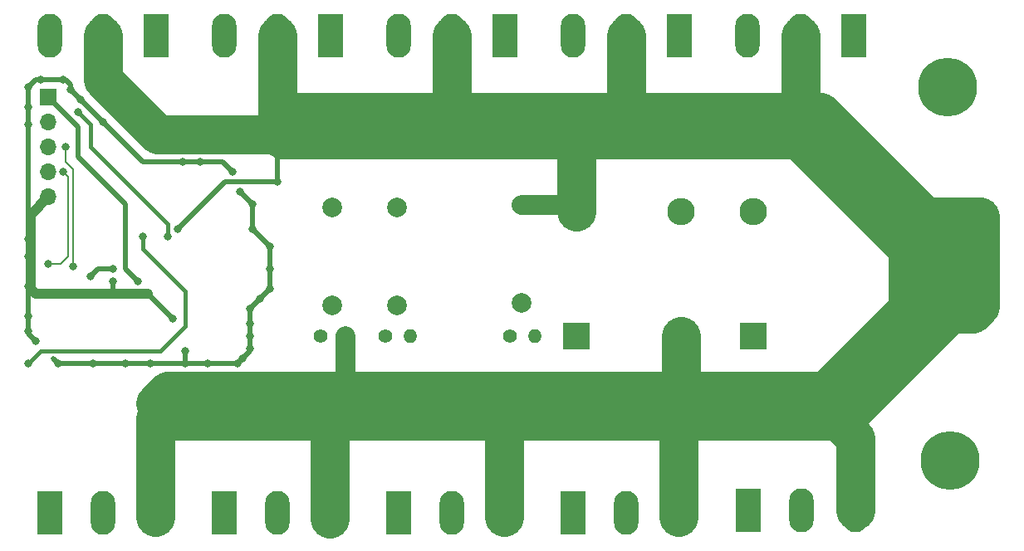
<source format=gbr>
%TF.GenerationSoftware,KiCad,Pcbnew,(6.99.0-3568-gdcfcfd5f29)*%
%TF.CreationDate,2022-10-04T16:24:13+03:00*%
%TF.ProjectId,welder ac diy,77656c64-6572-4206-9163-206469792e6b,rev?*%
%TF.SameCoordinates,Original*%
%TF.FileFunction,Copper,L2,Bot*%
%TF.FilePolarity,Positive*%
%FSLAX46Y46*%
G04 Gerber Fmt 4.6, Leading zero omitted, Abs format (unit mm)*
G04 Created by KiCad (PCBNEW (6.99.0-3568-gdcfcfd5f29)) date 2022-10-04 16:24:13*
%MOMM*%
%LPD*%
G01*
G04 APERTURE LIST*
%TA.AperFunction,ComponentPad*%
%ADD10C,6.000000*%
%TD*%
%TA.AperFunction,ComponentPad*%
%ADD11C,2.000000*%
%TD*%
%TA.AperFunction,ComponentPad*%
%ADD12R,1.700000X1.700000*%
%TD*%
%TA.AperFunction,ComponentPad*%
%ADD13O,1.700000X1.700000*%
%TD*%
%TA.AperFunction,ComponentPad*%
%ADD14R,2.800000X2.800000*%
%TD*%
%TA.AperFunction,ComponentPad*%
%ADD15O,2.800000X2.800000*%
%TD*%
%TA.AperFunction,ComponentPad*%
%ADD16C,1.400000*%
%TD*%
%TA.AperFunction,ComponentPad*%
%ADD17O,1.400000X1.400000*%
%TD*%
%TA.AperFunction,ComponentPad*%
%ADD18R,2.500000X4.500000*%
%TD*%
%TA.AperFunction,ComponentPad*%
%ADD19O,2.500000X4.500000*%
%TD*%
%TA.AperFunction,ViaPad*%
%ADD20C,0.800000*%
%TD*%
%TA.AperFunction,Conductor*%
%ADD21C,0.500000*%
%TD*%
%TA.AperFunction,Conductor*%
%ADD22C,0.400000*%
%TD*%
%TA.AperFunction,Conductor*%
%ADD23C,1.000000*%
%TD*%
%TA.AperFunction,Conductor*%
%ADD24C,0.200000*%
%TD*%
%TA.AperFunction,Conductor*%
%ADD25C,4.000000*%
%TD*%
%TA.AperFunction,Conductor*%
%ADD26C,2.000000*%
%TD*%
G04 APERTURE END LIST*
D10*
%TO.P,J5,1,Pin_1*%
%TO.N,/outP*%
X144780000Y-81280000D03*
%TD*%
D11*
%TO.P,C10,1*%
%TO.N,Net-(C10-Pad1)*%
X101092000Y-85518000D03*
%TO.P,C10,2*%
%TO.N,/outP*%
X101092000Y-75518000D03*
%TD*%
D12*
%TO.P,J1,1,Pin_1*%
%TO.N,+15V*%
X52856999Y-64545999D03*
D13*
%TO.P,J1,2,Pin_2*%
%TO.N,+5V*%
X52856999Y-67085999D03*
%TO.P,J1,3,Pin_3*%
%TO.N,Net-(J1-Pin_3)*%
X52856999Y-69625999D03*
%TO.P,J1,4,Pin_4*%
%TO.N,Net-(J1-Pin_4)*%
X52856999Y-72165999D03*
%TO.P,J1,5,Pin_5*%
%TO.N,GND*%
X52856999Y-74705999D03*
%TD*%
D14*
%TO.P,D6,1,K*%
%TO.N,/outP*%
X117347999Y-88899999D03*
D15*
%TO.P,D6,2,A*%
%TO.N,/in-*%
X117347999Y-76199999D03*
%TD*%
D14*
%TO.P,D7,1,K*%
%TO.N,/in+*%
X124713999Y-88899999D03*
D15*
%TO.P,D7,2,A*%
%TO.N,/in-*%
X124713999Y-76199999D03*
%TD*%
D11*
%TO.P,C11,1*%
%TO.N,Net-(C11-Pad1)*%
X81788000Y-85772000D03*
%TO.P,C11,2*%
%TO.N,/in-*%
X81788000Y-75772000D03*
%TD*%
D10*
%TO.P,J4,1,Pin_1*%
%TO.N,/in+*%
X144780000Y-101600000D03*
%TD*%
D16*
%TO.P,R23,1*%
%TO.N,Net-(C10-Pad1)*%
X99872000Y-88900000D03*
D17*
%TO.P,R23,2*%
%TO.N,/in+*%
X102411999Y-88899999D03*
%TD*%
D10*
%TO.P,J6,1,Pin_1*%
%TO.N,/in-*%
X144526000Y-63500000D03*
%TD*%
D11*
%TO.P,C9,1*%
%TO.N,Net-(C9-Pad1)*%
X88392000Y-85772000D03*
%TO.P,C9,2*%
%TO.N,/in-*%
X88392000Y-75772000D03*
%TD*%
D14*
%TO.P,D5,1,K*%
%TO.N,/in+*%
X106679999Y-88899999D03*
D15*
%TO.P,D5,2,A*%
%TO.N,/outP*%
X106679999Y-76199999D03*
%TD*%
D16*
%TO.P,R24,1*%
%TO.N,Net-(C11-Pad1)*%
X80568000Y-88900000D03*
D17*
%TO.P,R24,2*%
%TO.N,/outP*%
X83107999Y-88899999D03*
%TD*%
D16*
%TO.P,R7,1*%
%TO.N,Net-(C9-Pad1)*%
X87172000Y-88900000D03*
D17*
%TO.P,R7,2*%
%TO.N,/in+*%
X89711999Y-88899999D03*
%TD*%
D18*
%TO.P,Q7,1,G*%
%TO.N,Net-(Q7-G)*%
X70749999Y-106894999D03*
D19*
%TO.P,Q7,2,D*%
%TO.N,/in+*%
X76199999Y-106894999D03*
%TO.P,Q7,3,S*%
%TO.N,/outP*%
X81649999Y-106894999D03*
%TD*%
D18*
%TO.P,Q4,1,G*%
%TO.N,Net-(Q4-G)*%
X117209999Y-58204999D03*
D19*
%TO.P,Q4,2,D*%
%TO.N,/outP*%
X111759999Y-58204999D03*
%TO.P,Q4,3,S*%
%TO.N,/in-*%
X106309999Y-58204999D03*
%TD*%
D18*
%TO.P,Q9,1,G*%
%TO.N,Net-(Q9-G)*%
X106309999Y-106894999D03*
D19*
%TO.P,Q9,2,D*%
%TO.N,/in+*%
X111759999Y-106894999D03*
%TO.P,Q9,3,S*%
%TO.N,/outP*%
X117209999Y-106894999D03*
%TD*%
D18*
%TO.P,Q5,1,G*%
%TO.N,Net-(Q5-G)*%
X124205999Y-106679999D03*
D19*
%TO.P,Q5,2,D*%
%TO.N,/in+*%
X129655999Y-106679999D03*
%TO.P,Q5,3,S*%
%TO.N,/outP*%
X135105999Y-106679999D03*
%TD*%
D18*
%TO.P,Q10,1,G*%
%TO.N,Net-(Q10-G)*%
X134989999Y-58204999D03*
D19*
%TO.P,Q10,2,D*%
%TO.N,/outP*%
X129539999Y-58204999D03*
%TO.P,Q10,3,S*%
%TO.N,/in-*%
X124089999Y-58204999D03*
%TD*%
D18*
%TO.P,Q6,1,G*%
%TO.N,Net-(Q6-G)*%
X63869999Y-58204999D03*
D19*
%TO.P,Q6,2,D*%
%TO.N,/outP*%
X58419999Y-58204999D03*
%TO.P,Q6,3,S*%
%TO.N,/in-*%
X52969999Y-58204999D03*
%TD*%
D18*
%TO.P,Q1,1,G*%
%TO.N,Net-(Q1-G)*%
X52969999Y-106894999D03*
D19*
%TO.P,Q1,2,D*%
%TO.N,/in+*%
X58419999Y-106894999D03*
%TO.P,Q1,3,S*%
%TO.N,/outP*%
X63869999Y-106894999D03*
%TD*%
D18*
%TO.P,Q8,1,G*%
%TO.N,Net-(Q8-G)*%
X99429999Y-58204999D03*
D19*
%TO.P,Q8,2,D*%
%TO.N,/outP*%
X93979999Y-58204999D03*
%TO.P,Q8,3,S*%
%TO.N,/in-*%
X88529999Y-58204999D03*
%TD*%
D18*
%TO.P,Q2,1,G*%
%TO.N,Net-(Q2-G)*%
X81649999Y-58204999D03*
D19*
%TO.P,Q2,2,D*%
%TO.N,/outP*%
X76199999Y-58204999D03*
%TO.P,Q2,3,S*%
%TO.N,/in-*%
X70749999Y-58204999D03*
%TD*%
D18*
%TO.P,Q3,1,G*%
%TO.N,Net-(Q3-G)*%
X88529999Y-106894999D03*
D19*
%TO.P,Q3,2,D*%
%TO.N,/in+*%
X93979999Y-106894999D03*
%TO.P,Q3,3,S*%
%TO.N,/outP*%
X99429999Y-106894999D03*
%TD*%
D20*
%TO.N,GND*%
X68326000Y-71120000D03*
X66548000Y-71120000D03*
X58420000Y-67056000D03*
X55118000Y-63754000D03*
X54356000Y-62738000D03*
X52070000Y-62738000D03*
X50800000Y-63500000D03*
X50800000Y-65532000D03*
X50800000Y-67310000D03*
X50800000Y-78994000D03*
X50800000Y-80772000D03*
X50800000Y-83820000D03*
X50800000Y-86868000D03*
X50800000Y-88392000D03*
X51562000Y-89408000D03*
X56134000Y-64770000D03*
X60706000Y-91694000D03*
X53848000Y-91694000D03*
X57404000Y-91694000D03*
X63246000Y-91694000D03*
X66802000Y-91694000D03*
X69088000Y-91694000D03*
X72136000Y-91694000D03*
X72644000Y-91186000D03*
X73406000Y-90170000D03*
X73406000Y-88900000D03*
X73406000Y-87630000D03*
X73406000Y-86106000D03*
X74422000Y-85090000D03*
X75438000Y-82042000D03*
X75438000Y-84074000D03*
X75438000Y-79756000D03*
X73660000Y-77978000D03*
X73660000Y-75438000D03*
X71628000Y-72136000D03*
X72390000Y-74168000D03*
X66802000Y-90424000D03*
X59436000Y-83312000D03*
%TO.N,Net-(U1-Pad5)*%
X57150000Y-82804000D03*
X59436000Y-82042000D03*
%TO.N,Net-(J1-Pin_4)*%
X52832000Y-81534000D03*
%TO.N,Net-(J1-Pin_3)*%
X55372000Y-81788000D03*
X54610000Y-69596000D03*
%TO.N,GND*%
X65532000Y-87122000D03*
%TO.N,Net-(J1-Pin_4)*%
X54386000Y-72166000D03*
%TO.N,+15V*%
X61976000Y-83312000D03*
%TO.N,/outP*%
X66040000Y-77978000D03*
X76200000Y-73152000D03*
%TO.N,Net-(U2-HO)*%
X62484000Y-78740000D03*
X50800000Y-91694000D03*
%TO.N,Net-(U2-LO)*%
X55880000Y-66040000D03*
X65024000Y-78761500D03*
%TD*%
D21*
%TO.N,GND*%
X68326000Y-71120000D02*
X66548000Y-71120000D01*
X66548000Y-71120000D02*
X62484000Y-71120000D01*
X58420000Y-67056000D02*
X56134000Y-64770000D01*
X58420000Y-67056000D02*
X58420000Y-67056000D01*
X58420000Y-67056000D02*
X58420000Y-67056000D01*
X50800000Y-86868000D02*
X50800000Y-88392000D01*
X50800000Y-88392000D02*
X50800000Y-88646000D01*
X50800000Y-84328000D02*
X50800000Y-86868000D01*
X50800000Y-88646000D02*
X51562000Y-89408000D01*
X51054000Y-84074000D02*
X50800000Y-84328000D01*
X56134000Y-64770000D02*
X55118000Y-63754000D01*
X56134000Y-64770000D02*
X56134000Y-64770000D01*
X56134000Y-64770000D02*
X56134000Y-64770000D01*
X60706000Y-91694000D02*
X57404000Y-91694000D01*
X57404000Y-91694000D02*
X53848000Y-91694000D01*
X63246000Y-91694000D02*
X60706000Y-91694000D01*
X69088000Y-91694000D02*
X72136000Y-91694000D01*
X72644000Y-91186000D02*
X73406000Y-90424000D01*
X72644000Y-91186000D02*
X72644000Y-91186000D01*
X72644000Y-91186000D02*
X72644000Y-91186000D01*
X73406000Y-90170000D02*
X73406000Y-88900000D01*
X73406000Y-88900000D02*
X73406000Y-87630000D01*
X73406000Y-87630000D02*
X73406000Y-86106000D01*
X74422000Y-85090000D02*
X75438000Y-84074000D01*
X74422000Y-85090000D02*
X74422000Y-85090000D01*
X74422000Y-85090000D02*
X74422000Y-85090000D01*
X75438000Y-82042000D02*
X75438000Y-79756000D01*
X50800000Y-76255000D02*
X51054000Y-76509000D01*
X50800000Y-63500000D02*
X50800000Y-76255000D01*
X54610000Y-62738000D02*
X51562000Y-62738000D01*
X51562000Y-62738000D02*
X50800000Y-63500000D01*
X55118000Y-63246000D02*
X54610000Y-62738000D01*
X70612000Y-71120000D02*
X68326000Y-71120000D01*
X62484000Y-71120000D02*
X58420000Y-67056000D01*
X55118000Y-63754000D02*
X55118000Y-63246000D01*
X71628000Y-72136000D02*
X70612000Y-71120000D01*
D22*
%TO.N,Net-(U2-LO)*%
X65024000Y-77470000D02*
X65024000Y-78761500D01*
X57150000Y-69596000D02*
X65024000Y-77470000D01*
X57150000Y-67310000D02*
X57150000Y-69596000D01*
X55880000Y-66040000D02*
X57150000Y-67310000D01*
D21*
%TO.N,GND*%
X73660000Y-75438000D02*
X72390000Y-74168000D01*
X73660000Y-75692000D02*
X73660000Y-75438000D01*
X75438000Y-79756000D02*
X75184000Y-79502000D01*
X73660000Y-77978000D02*
X73660000Y-75692000D01*
X75438000Y-84074000D02*
X75438000Y-82042000D01*
X73406000Y-86106000D02*
X74422000Y-85090000D01*
X75184000Y-79502000D02*
X73660000Y-77978000D01*
X73406000Y-90424000D02*
X73406000Y-90170000D01*
X72136000Y-91694000D02*
X72644000Y-91186000D01*
X66802000Y-91694000D02*
X69088000Y-91694000D01*
X53848000Y-91694000D02*
X53340000Y-91186000D01*
X66802000Y-91694000D02*
X63246000Y-91694000D01*
X66802000Y-90424000D02*
X66802000Y-91694000D01*
D22*
%TO.N,Net-(U2-HO)*%
X62484000Y-80010000D02*
X62484000Y-78740000D01*
X66802000Y-84328000D02*
X62484000Y-80010000D01*
X66802000Y-87884000D02*
X66802000Y-84328000D01*
X50800000Y-91694000D02*
X52070000Y-90424000D01*
X52070000Y-90424000D02*
X64262000Y-90424000D01*
X64262000Y-90424000D02*
X66802000Y-87884000D01*
D21*
%TO.N,GND*%
X59182000Y-84582000D02*
X58674000Y-84582000D01*
X59436000Y-84328000D02*
X59182000Y-84582000D01*
X59436000Y-83312000D02*
X59436000Y-84328000D01*
%TO.N,Net-(U1-Pad5)*%
X57912000Y-82042000D02*
X57150000Y-82804000D01*
X59436000Y-82042000D02*
X57912000Y-82042000D01*
D23*
%TO.N,GND*%
X58674000Y-84582000D02*
X62992000Y-84582000D01*
X51562000Y-84582000D02*
X58674000Y-84582000D01*
X51054000Y-84074000D02*
X51562000Y-84582000D01*
X51054000Y-76509000D02*
X51054000Y-84074000D01*
X52857000Y-74706000D02*
X51054000Y-76509000D01*
D24*
%TO.N,Net-(J1-Pin_3)*%
X55372000Y-71882000D02*
X54610000Y-71120000D01*
X55372000Y-81788000D02*
X55372000Y-71882000D01*
X54610000Y-71120000D02*
X54610000Y-69596000D01*
%TO.N,Net-(J1-Pin_4)*%
X54102000Y-81534000D02*
X54864000Y-80772000D01*
X52832000Y-81534000D02*
X54102000Y-81534000D01*
D21*
%TO.N,GND*%
X65532000Y-87122000D02*
X62992000Y-84582000D01*
D24*
%TO.N,Net-(J1-Pin_4)*%
X54864000Y-80772000D02*
X54864000Y-72644000D01*
X54864000Y-72644000D02*
X54386000Y-72166000D01*
D21*
%TO.N,+15V*%
X55880000Y-70612000D02*
X55880000Y-67569000D01*
X55880000Y-67569000D02*
X52857000Y-64546000D01*
X60706000Y-75438000D02*
X55880000Y-70612000D01*
X60706000Y-82042000D02*
X60706000Y-75438000D01*
X61976000Y-83312000D02*
X60706000Y-82042000D01*
D25*
%TO.N,/outP*%
X88900000Y-94488000D02*
X106680000Y-94488000D01*
X111760000Y-68834000D02*
X128778000Y-68834000D01*
X70612000Y-94488000D02*
X81788000Y-94488000D01*
X124714000Y-94488000D02*
X132080000Y-94488000D01*
X111760000Y-58205000D02*
X111760000Y-68834000D01*
X135106000Y-99292000D02*
X133604000Y-97790000D01*
X58420000Y-62738000D02*
X58420000Y-58205000D01*
X117348000Y-93980000D02*
X117856000Y-94488000D01*
X117856000Y-94488000D02*
X124714000Y-94488000D01*
X106680000Y-76200000D02*
X106680000Y-68834000D01*
X64008000Y-97536000D02*
X63754000Y-97282000D01*
X129286000Y-68834000D02*
X139573000Y-79121000D01*
X144780000Y-79248000D02*
X142367000Y-76835000D01*
X147828000Y-85852000D02*
X147066000Y-86614000D01*
X76200000Y-68326000D02*
X64008000Y-68326000D01*
X144780000Y-86614000D02*
X133604000Y-97790000D01*
X88530000Y-94858000D02*
X88900000Y-94488000D01*
X142367000Y-76835000D02*
X142494000Y-76708000D01*
D21*
X76200000Y-73152000D02*
X76200000Y-68326000D01*
D25*
X106680000Y-68834000D02*
X111760000Y-68834000D01*
X142367000Y-76835000D02*
X131572000Y-66040000D01*
X76708000Y-68834000D02*
X94234000Y-68834000D01*
X131572000Y-66040000D02*
X78486000Y-66040000D01*
X144780000Y-81280000D02*
X144780000Y-86614000D01*
X140462000Y-80010000D02*
X139573000Y-79121000D01*
D26*
X101092000Y-75518000D02*
X105998000Y-75518000D01*
D25*
X140462000Y-86106000D02*
X140462000Y-80010000D01*
X139573000Y-79121000D02*
X141732000Y-81280000D01*
X117094000Y-107364500D02*
X117094000Y-95327500D01*
X132080000Y-94488000D02*
X140462000Y-86106000D01*
X76200000Y-68326000D02*
X76708000Y-68834000D01*
D26*
X83108000Y-88900000D02*
X83108000Y-93168000D01*
D25*
X99314000Y-107364500D02*
X99314000Y-95327500D01*
X133604000Y-97790000D02*
X133350000Y-97536000D01*
D26*
X83108000Y-93168000D02*
X81788000Y-94488000D01*
D25*
X63754000Y-95758000D02*
X65024000Y-94488000D01*
X142494000Y-76708000D02*
X147828000Y-76708000D01*
X94234000Y-68834000D02*
X106680000Y-68834000D01*
X106310000Y-94858000D02*
X106680000Y-94488000D01*
X129540000Y-58205000D02*
X129540000Y-68072000D01*
X65024000Y-94488000D02*
X70612000Y-94488000D01*
X133350000Y-97536000D02*
X64008000Y-97536000D01*
X124090000Y-95112000D02*
X124714000Y-94488000D01*
X141732000Y-81280000D02*
X144780000Y-81280000D01*
X81534000Y-107480500D02*
X81534000Y-95211500D01*
X63754000Y-107353500D02*
X63754000Y-97370500D01*
X106680000Y-94488000D02*
X117856000Y-94488000D01*
X129540000Y-68072000D02*
X128778000Y-68834000D01*
X78486000Y-66040000D02*
X76200000Y-68326000D01*
D26*
X105998000Y-75518000D02*
X106680000Y-76200000D01*
D25*
X64008000Y-68326000D02*
X58420000Y-62738000D01*
X140462000Y-86106000D02*
X144780000Y-81788000D01*
X70750000Y-94626000D02*
X70612000Y-94488000D01*
X128778000Y-68834000D02*
X129286000Y-68834000D01*
X76200000Y-58205000D02*
X76200000Y-68326000D01*
X147066000Y-86614000D02*
X144780000Y-86614000D01*
X81788000Y-94488000D02*
X88900000Y-94488000D01*
D21*
X70866000Y-73152000D02*
X76200000Y-73152000D01*
D25*
X144780000Y-81788000D02*
X144780000Y-81280000D01*
X144780000Y-81280000D02*
X144780000Y-79248000D01*
D21*
X66040000Y-77978000D02*
X70866000Y-73152000D01*
D25*
X117348000Y-88900000D02*
X117348000Y-93980000D01*
X93980000Y-58205000D02*
X93980000Y-68580000D01*
X93980000Y-68580000D02*
X94234000Y-68834000D01*
X135106000Y-106680000D02*
X135106000Y-99292000D01*
X147828000Y-76708000D02*
X147828000Y-85852000D01*
%TD*%
M02*

</source>
